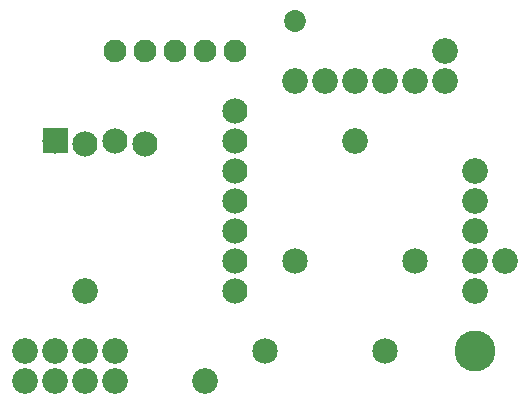
<source format=gts>
G04 MADE WITH FRITZING*
G04 WWW.FRITZING.ORG*
G04 DOUBLE SIDED*
G04 HOLES PLATED*
G04 CONTOUR ON CENTER OF CONTOUR VECTOR*
%ASAXBY*%
%FSLAX23Y23*%
%MOIN*%
%OFA0B0*%
%SFA1.0B1.0*%
%ADD10C,0.085433*%
%ADD11C,0.085361*%
%ADD12C,0.084000*%
%ADD13C,0.085000*%
%ADD14C,0.072992*%
%ADD15C,0.076000*%
%ADD16C,0.086000*%
%ADD17C,0.136614*%
%ADD18R,0.001000X0.001000*%
%LNMASK1*%
G90*
G70*
G54D10*
X256Y400D03*
G54D11*
X56Y100D03*
X156Y100D03*
X256Y100D03*
X356Y100D03*
X356Y200D03*
X256Y200D03*
X156Y200D03*
X56Y200D03*
G54D12*
X756Y1000D03*
X756Y900D03*
X756Y800D03*
X756Y700D03*
X756Y600D03*
X756Y500D03*
X756Y400D03*
G54D13*
X956Y500D03*
X1356Y500D03*
G54D14*
X956Y1300D03*
G54D13*
X856Y200D03*
X1256Y200D03*
G54D10*
X1156Y900D03*
G54D15*
X356Y1200D03*
X456Y1200D03*
X556Y1200D03*
X656Y1200D03*
X756Y1200D03*
G54D16*
X956Y1100D03*
X1056Y1100D03*
X1156Y1100D03*
X1256Y1100D03*
X1356Y1100D03*
X1456Y1100D03*
G54D17*
X1556Y200D03*
G54D16*
X1556Y800D03*
X1556Y600D03*
X1556Y500D03*
X1556Y700D03*
X1556Y400D03*
G54D12*
X156Y900D03*
X256Y890D03*
X356Y900D03*
X456Y890D03*
X156Y900D03*
X256Y890D03*
X356Y900D03*
X456Y890D03*
G54D10*
X1456Y1200D03*
X1656Y500D03*
X656Y100D03*
G54D18*
X114Y942D02*
X197Y942D01*
X114Y941D02*
X197Y941D01*
X114Y940D02*
X197Y940D01*
X114Y939D02*
X197Y939D01*
X114Y938D02*
X197Y938D01*
X114Y937D02*
X197Y937D01*
X114Y936D02*
X197Y936D01*
X114Y935D02*
X197Y935D01*
X114Y934D02*
X197Y934D01*
X114Y933D02*
X197Y933D01*
X114Y932D02*
X197Y932D01*
X114Y931D02*
X197Y931D01*
X114Y930D02*
X197Y930D01*
X114Y929D02*
X197Y929D01*
X114Y928D02*
X197Y928D01*
X114Y927D02*
X197Y927D01*
X114Y926D02*
X197Y926D01*
X114Y925D02*
X197Y925D01*
X114Y924D02*
X197Y924D01*
X114Y923D02*
X197Y923D01*
X114Y922D02*
X197Y922D01*
X114Y921D02*
X197Y921D01*
X114Y920D02*
X197Y920D01*
X114Y919D02*
X197Y919D01*
X114Y918D02*
X197Y918D01*
X114Y917D02*
X197Y917D01*
X114Y916D02*
X197Y916D01*
X114Y915D02*
X150Y915D01*
X161Y915D02*
X197Y915D01*
X114Y914D02*
X148Y914D01*
X163Y914D02*
X197Y914D01*
X114Y913D02*
X146Y913D01*
X165Y913D02*
X197Y913D01*
X114Y912D02*
X145Y912D01*
X166Y912D02*
X197Y912D01*
X114Y911D02*
X144Y911D01*
X167Y911D02*
X197Y911D01*
X114Y910D02*
X143Y910D01*
X168Y910D02*
X197Y910D01*
X114Y909D02*
X142Y909D01*
X168Y909D02*
X197Y909D01*
X114Y908D02*
X142Y908D01*
X169Y908D02*
X197Y908D01*
X114Y907D02*
X141Y907D01*
X170Y907D02*
X197Y907D01*
X114Y906D02*
X141Y906D01*
X170Y906D02*
X197Y906D01*
X114Y905D02*
X140Y905D01*
X170Y905D02*
X197Y905D01*
X114Y904D02*
X140Y904D01*
X171Y904D02*
X197Y904D01*
X114Y903D02*
X140Y903D01*
X171Y903D02*
X197Y903D01*
X114Y902D02*
X140Y902D01*
X171Y902D02*
X197Y902D01*
X114Y901D02*
X140Y901D01*
X171Y901D02*
X197Y901D01*
X114Y900D02*
X140Y900D01*
X171Y900D02*
X197Y900D01*
X114Y899D02*
X140Y899D01*
X171Y899D02*
X197Y899D01*
X114Y898D02*
X140Y898D01*
X171Y898D02*
X197Y898D01*
X114Y897D02*
X140Y897D01*
X170Y897D02*
X197Y897D01*
X114Y896D02*
X141Y896D01*
X170Y896D02*
X197Y896D01*
X114Y895D02*
X141Y895D01*
X170Y895D02*
X197Y895D01*
X114Y894D02*
X141Y894D01*
X169Y894D02*
X197Y894D01*
X114Y893D02*
X142Y893D01*
X169Y893D02*
X197Y893D01*
X114Y892D02*
X143Y892D01*
X168Y892D02*
X197Y892D01*
X114Y891D02*
X144Y891D01*
X167Y891D02*
X197Y891D01*
X114Y890D02*
X145Y890D01*
X166Y890D02*
X197Y890D01*
X114Y889D02*
X146Y889D01*
X165Y889D02*
X197Y889D01*
X114Y888D02*
X147Y888D01*
X164Y888D02*
X197Y888D01*
X114Y887D02*
X149Y887D01*
X162Y887D02*
X197Y887D01*
X114Y886D02*
X153Y886D01*
X158Y886D02*
X197Y886D01*
X114Y885D02*
X197Y885D01*
X114Y884D02*
X197Y884D01*
X114Y883D02*
X197Y883D01*
X114Y882D02*
X197Y882D01*
X114Y881D02*
X197Y881D01*
X114Y880D02*
X197Y880D01*
X114Y879D02*
X197Y879D01*
X114Y878D02*
X197Y878D01*
X114Y877D02*
X197Y877D01*
X114Y876D02*
X197Y876D01*
X114Y875D02*
X197Y875D01*
X114Y874D02*
X197Y874D01*
X114Y873D02*
X197Y873D01*
X114Y872D02*
X197Y872D01*
X114Y871D02*
X197Y871D01*
X114Y870D02*
X197Y870D01*
X114Y869D02*
X197Y869D01*
X114Y868D02*
X197Y868D01*
X114Y867D02*
X197Y867D01*
X114Y866D02*
X197Y866D01*
X114Y865D02*
X197Y865D01*
X114Y864D02*
X197Y864D01*
X114Y863D02*
X197Y863D01*
X114Y862D02*
X197Y862D01*
X114Y861D02*
X197Y861D01*
X114Y860D02*
X197Y860D01*
X114Y859D02*
X197Y859D01*
D02*
G04 End of Mask1*
M02*
</source>
